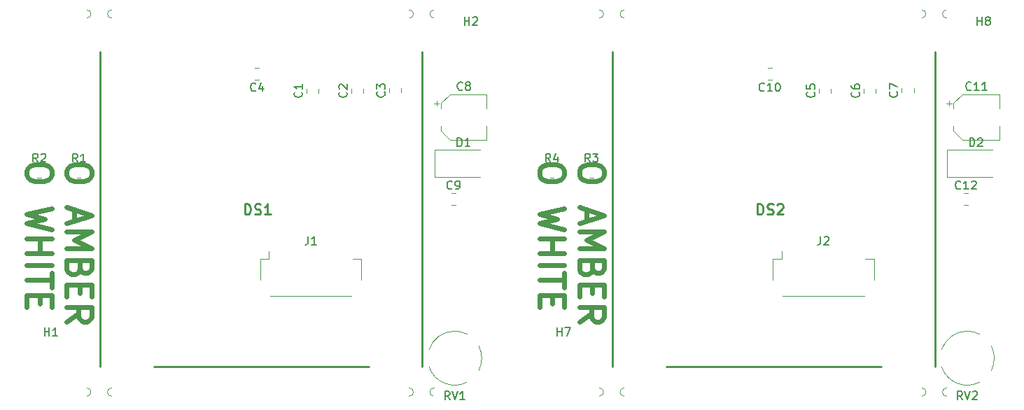
<source format=gto>
G04 #@! TF.GenerationSoftware,KiCad,Pcbnew,7.0.10*
G04 #@! TF.CreationDate,2024-03-22T18:32:09+01:00*
G04 #@! TF.ProjectId,dogs102,646f6773-3130-4322-9e6b-696361645f70,rev?*
G04 #@! TF.SameCoordinates,Original*
G04 #@! TF.FileFunction,Legend,Top*
G04 #@! TF.FilePolarity,Positive*
%FSLAX46Y46*%
G04 Gerber Fmt 4.6, Leading zero omitted, Abs format (unit mm)*
G04 Created by KiCad (PCBNEW 7.0.10) date 2024-03-22 18:32:09*
%MOMM*%
%LPD*%
G01*
G04 APERTURE LIST*
%ADD10C,0.600000*%
%ADD11C,0.150000*%
%ADD12C,0.254000*%
%ADD13C,0.100000*%
%ADD14C,0.120000*%
G04 APERTURE END LIST*
D10*
X188588342Y-100680450D02*
X188588342Y-101251878D01*
X188588342Y-101251878D02*
X188445485Y-101537593D01*
X188445485Y-101537593D02*
X188159771Y-101823307D01*
X188159771Y-101823307D02*
X187588342Y-101966164D01*
X187588342Y-101966164D02*
X186588342Y-101966164D01*
X186588342Y-101966164D02*
X186016914Y-101823307D01*
X186016914Y-101823307D02*
X185731200Y-101537593D01*
X185731200Y-101537593D02*
X185588342Y-101251878D01*
X185588342Y-101251878D02*
X185588342Y-100680450D01*
X185588342Y-100680450D02*
X185731200Y-100394736D01*
X185731200Y-100394736D02*
X186016914Y-100109021D01*
X186016914Y-100109021D02*
X186588342Y-99966164D01*
X186588342Y-99966164D02*
X187588342Y-99966164D01*
X187588342Y-99966164D02*
X188159771Y-100109021D01*
X188159771Y-100109021D02*
X188445485Y-100394736D01*
X188445485Y-100394736D02*
X188588342Y-100680450D01*
X186445485Y-105394735D02*
X186445485Y-106823307D01*
X185588342Y-105109021D02*
X188588342Y-106109021D01*
X188588342Y-106109021D02*
X185588342Y-107109021D01*
X185588342Y-108109021D02*
X188588342Y-108109021D01*
X188588342Y-108109021D02*
X186445485Y-109109021D01*
X186445485Y-109109021D02*
X188588342Y-110109021D01*
X188588342Y-110109021D02*
X185588342Y-110109021D01*
X187159771Y-112537592D02*
X187016914Y-112966164D01*
X187016914Y-112966164D02*
X186874057Y-113109021D01*
X186874057Y-113109021D02*
X186588342Y-113251878D01*
X186588342Y-113251878D02*
X186159771Y-113251878D01*
X186159771Y-113251878D02*
X185874057Y-113109021D01*
X185874057Y-113109021D02*
X185731200Y-112966164D01*
X185731200Y-112966164D02*
X185588342Y-112680449D01*
X185588342Y-112680449D02*
X185588342Y-111537592D01*
X185588342Y-111537592D02*
X188588342Y-111537592D01*
X188588342Y-111537592D02*
X188588342Y-112537592D01*
X188588342Y-112537592D02*
X188445485Y-112823307D01*
X188445485Y-112823307D02*
X188302628Y-112966164D01*
X188302628Y-112966164D02*
X188016914Y-113109021D01*
X188016914Y-113109021D02*
X187731200Y-113109021D01*
X187731200Y-113109021D02*
X187445485Y-112966164D01*
X187445485Y-112966164D02*
X187302628Y-112823307D01*
X187302628Y-112823307D02*
X187159771Y-112537592D01*
X187159771Y-112537592D02*
X187159771Y-111537592D01*
X187159771Y-114537592D02*
X187159771Y-115537592D01*
X185588342Y-115966164D02*
X185588342Y-114537592D01*
X185588342Y-114537592D02*
X188588342Y-114537592D01*
X188588342Y-114537592D02*
X188588342Y-115966164D01*
X185588342Y-118966164D02*
X187016914Y-117966164D01*
X185588342Y-117251878D02*
X188588342Y-117251878D01*
X188588342Y-117251878D02*
X188588342Y-118394735D01*
X188588342Y-118394735D02*
X188445485Y-118680450D01*
X188445485Y-118680450D02*
X188302628Y-118823307D01*
X188302628Y-118823307D02*
X188016914Y-118966164D01*
X188016914Y-118966164D02*
X187588342Y-118966164D01*
X187588342Y-118966164D02*
X187302628Y-118823307D01*
X187302628Y-118823307D02*
X187159771Y-118680450D01*
X187159771Y-118680450D02*
X187016914Y-118394735D01*
X187016914Y-118394735D02*
X187016914Y-117251878D01*
X183758342Y-100680450D02*
X183758342Y-101251878D01*
X183758342Y-101251878D02*
X183615485Y-101537593D01*
X183615485Y-101537593D02*
X183329771Y-101823307D01*
X183329771Y-101823307D02*
X182758342Y-101966164D01*
X182758342Y-101966164D02*
X181758342Y-101966164D01*
X181758342Y-101966164D02*
X181186914Y-101823307D01*
X181186914Y-101823307D02*
X180901200Y-101537593D01*
X180901200Y-101537593D02*
X180758342Y-101251878D01*
X180758342Y-101251878D02*
X180758342Y-100680450D01*
X180758342Y-100680450D02*
X180901200Y-100394736D01*
X180901200Y-100394736D02*
X181186914Y-100109021D01*
X181186914Y-100109021D02*
X181758342Y-99966164D01*
X181758342Y-99966164D02*
X182758342Y-99966164D01*
X182758342Y-99966164D02*
X183329771Y-100109021D01*
X183329771Y-100109021D02*
X183615485Y-100394736D01*
X183615485Y-100394736D02*
X183758342Y-100680450D01*
X183758342Y-105251878D02*
X180758342Y-105966164D01*
X180758342Y-105966164D02*
X182901200Y-106537592D01*
X182901200Y-106537592D02*
X180758342Y-107109021D01*
X180758342Y-107109021D02*
X183758342Y-107823307D01*
X180758342Y-108966163D02*
X183758342Y-108966163D01*
X182329771Y-108966163D02*
X182329771Y-110680449D01*
X180758342Y-110680449D02*
X183758342Y-110680449D01*
X180758342Y-112109020D02*
X183758342Y-112109020D01*
X183758342Y-113109020D02*
X183758342Y-114823306D01*
X180758342Y-113966163D02*
X183758342Y-113966163D01*
X182329771Y-115823305D02*
X182329771Y-116823305D01*
X180758342Y-117251877D02*
X180758342Y-115823305D01*
X180758342Y-115823305D02*
X183758342Y-115823305D01*
X183758342Y-115823305D02*
X183758342Y-117251877D01*
X126588342Y-100680450D02*
X126588342Y-101251878D01*
X126588342Y-101251878D02*
X126445485Y-101537593D01*
X126445485Y-101537593D02*
X126159771Y-101823307D01*
X126159771Y-101823307D02*
X125588342Y-101966164D01*
X125588342Y-101966164D02*
X124588342Y-101966164D01*
X124588342Y-101966164D02*
X124016914Y-101823307D01*
X124016914Y-101823307D02*
X123731200Y-101537593D01*
X123731200Y-101537593D02*
X123588342Y-101251878D01*
X123588342Y-101251878D02*
X123588342Y-100680450D01*
X123588342Y-100680450D02*
X123731200Y-100394736D01*
X123731200Y-100394736D02*
X124016914Y-100109021D01*
X124016914Y-100109021D02*
X124588342Y-99966164D01*
X124588342Y-99966164D02*
X125588342Y-99966164D01*
X125588342Y-99966164D02*
X126159771Y-100109021D01*
X126159771Y-100109021D02*
X126445485Y-100394736D01*
X126445485Y-100394736D02*
X126588342Y-100680450D01*
X124445485Y-105394735D02*
X124445485Y-106823307D01*
X123588342Y-105109021D02*
X126588342Y-106109021D01*
X126588342Y-106109021D02*
X123588342Y-107109021D01*
X123588342Y-108109021D02*
X126588342Y-108109021D01*
X126588342Y-108109021D02*
X124445485Y-109109021D01*
X124445485Y-109109021D02*
X126588342Y-110109021D01*
X126588342Y-110109021D02*
X123588342Y-110109021D01*
X125159771Y-112537592D02*
X125016914Y-112966164D01*
X125016914Y-112966164D02*
X124874057Y-113109021D01*
X124874057Y-113109021D02*
X124588342Y-113251878D01*
X124588342Y-113251878D02*
X124159771Y-113251878D01*
X124159771Y-113251878D02*
X123874057Y-113109021D01*
X123874057Y-113109021D02*
X123731200Y-112966164D01*
X123731200Y-112966164D02*
X123588342Y-112680449D01*
X123588342Y-112680449D02*
X123588342Y-111537592D01*
X123588342Y-111537592D02*
X126588342Y-111537592D01*
X126588342Y-111537592D02*
X126588342Y-112537592D01*
X126588342Y-112537592D02*
X126445485Y-112823307D01*
X126445485Y-112823307D02*
X126302628Y-112966164D01*
X126302628Y-112966164D02*
X126016914Y-113109021D01*
X126016914Y-113109021D02*
X125731200Y-113109021D01*
X125731200Y-113109021D02*
X125445485Y-112966164D01*
X125445485Y-112966164D02*
X125302628Y-112823307D01*
X125302628Y-112823307D02*
X125159771Y-112537592D01*
X125159771Y-112537592D02*
X125159771Y-111537592D01*
X125159771Y-114537592D02*
X125159771Y-115537592D01*
X123588342Y-115966164D02*
X123588342Y-114537592D01*
X123588342Y-114537592D02*
X126588342Y-114537592D01*
X126588342Y-114537592D02*
X126588342Y-115966164D01*
X123588342Y-118966164D02*
X125016914Y-117966164D01*
X123588342Y-117251878D02*
X126588342Y-117251878D01*
X126588342Y-117251878D02*
X126588342Y-118394735D01*
X126588342Y-118394735D02*
X126445485Y-118680450D01*
X126445485Y-118680450D02*
X126302628Y-118823307D01*
X126302628Y-118823307D02*
X126016914Y-118966164D01*
X126016914Y-118966164D02*
X125588342Y-118966164D01*
X125588342Y-118966164D02*
X125302628Y-118823307D01*
X125302628Y-118823307D02*
X125159771Y-118680450D01*
X125159771Y-118680450D02*
X125016914Y-118394735D01*
X125016914Y-118394735D02*
X125016914Y-117251878D01*
X121758342Y-100680450D02*
X121758342Y-101251878D01*
X121758342Y-101251878D02*
X121615485Y-101537593D01*
X121615485Y-101537593D02*
X121329771Y-101823307D01*
X121329771Y-101823307D02*
X120758342Y-101966164D01*
X120758342Y-101966164D02*
X119758342Y-101966164D01*
X119758342Y-101966164D02*
X119186914Y-101823307D01*
X119186914Y-101823307D02*
X118901200Y-101537593D01*
X118901200Y-101537593D02*
X118758342Y-101251878D01*
X118758342Y-101251878D02*
X118758342Y-100680450D01*
X118758342Y-100680450D02*
X118901200Y-100394736D01*
X118901200Y-100394736D02*
X119186914Y-100109021D01*
X119186914Y-100109021D02*
X119758342Y-99966164D01*
X119758342Y-99966164D02*
X120758342Y-99966164D01*
X120758342Y-99966164D02*
X121329771Y-100109021D01*
X121329771Y-100109021D02*
X121615485Y-100394736D01*
X121615485Y-100394736D02*
X121758342Y-100680450D01*
X121758342Y-105251878D02*
X118758342Y-105966164D01*
X118758342Y-105966164D02*
X120901200Y-106537592D01*
X120901200Y-106537592D02*
X118758342Y-107109021D01*
X118758342Y-107109021D02*
X121758342Y-107823307D01*
X118758342Y-108966163D02*
X121758342Y-108966163D01*
X120329771Y-108966163D02*
X120329771Y-110680449D01*
X118758342Y-110680449D02*
X121758342Y-110680449D01*
X118758342Y-112109020D02*
X121758342Y-112109020D01*
X121758342Y-113109020D02*
X121758342Y-114823306D01*
X118758342Y-113966163D02*
X121758342Y-113966163D01*
X120329771Y-115823305D02*
X120329771Y-116823305D01*
X118758342Y-117251877D02*
X118758342Y-115823305D01*
X118758342Y-115823305D02*
X121758342Y-115823305D01*
X121758342Y-115823305D02*
X121758342Y-117251877D01*
D11*
X214776666Y-108674819D02*
X214776666Y-109389104D01*
X214776666Y-109389104D02*
X214729047Y-109531961D01*
X214729047Y-109531961D02*
X214633809Y-109627200D01*
X214633809Y-109627200D02*
X214490952Y-109674819D01*
X214490952Y-109674819D02*
X214395714Y-109674819D01*
X215205238Y-108770057D02*
X215252857Y-108722438D01*
X215252857Y-108722438D02*
X215348095Y-108674819D01*
X215348095Y-108674819D02*
X215586190Y-108674819D01*
X215586190Y-108674819D02*
X215681428Y-108722438D01*
X215681428Y-108722438D02*
X215729047Y-108770057D01*
X215729047Y-108770057D02*
X215776666Y-108865295D01*
X215776666Y-108865295D02*
X215776666Y-108960533D01*
X215776666Y-108960533D02*
X215729047Y-109103390D01*
X215729047Y-109103390D02*
X215157619Y-109674819D01*
X215157619Y-109674819D02*
X215776666Y-109674819D01*
X182093333Y-99654819D02*
X181760000Y-99178628D01*
X181521905Y-99654819D02*
X181521905Y-98654819D01*
X181521905Y-98654819D02*
X181902857Y-98654819D01*
X181902857Y-98654819D02*
X181998095Y-98702438D01*
X181998095Y-98702438D02*
X182045714Y-98750057D01*
X182045714Y-98750057D02*
X182093333Y-98845295D01*
X182093333Y-98845295D02*
X182093333Y-98988152D01*
X182093333Y-98988152D02*
X182045714Y-99083390D01*
X182045714Y-99083390D02*
X181998095Y-99131009D01*
X181998095Y-99131009D02*
X181902857Y-99178628D01*
X181902857Y-99178628D02*
X181521905Y-99178628D01*
X182950476Y-98988152D02*
X182950476Y-99654819D01*
X182712381Y-98607200D02*
X182474286Y-99321485D01*
X182474286Y-99321485D02*
X183093333Y-99321485D01*
X233698095Y-83104819D02*
X233698095Y-82104819D01*
X233698095Y-82581009D02*
X234269523Y-82581009D01*
X234269523Y-83104819D02*
X234269523Y-82104819D01*
X234888571Y-82533390D02*
X234793333Y-82485771D01*
X234793333Y-82485771D02*
X234745714Y-82438152D01*
X234745714Y-82438152D02*
X234698095Y-82342914D01*
X234698095Y-82342914D02*
X234698095Y-82295295D01*
X234698095Y-82295295D02*
X234745714Y-82200057D01*
X234745714Y-82200057D02*
X234793333Y-82152438D01*
X234793333Y-82152438D02*
X234888571Y-82104819D01*
X234888571Y-82104819D02*
X235079047Y-82104819D01*
X235079047Y-82104819D02*
X235174285Y-82152438D01*
X235174285Y-82152438D02*
X235221904Y-82200057D01*
X235221904Y-82200057D02*
X235269523Y-82295295D01*
X235269523Y-82295295D02*
X235269523Y-82342914D01*
X235269523Y-82342914D02*
X235221904Y-82438152D01*
X235221904Y-82438152D02*
X235174285Y-82485771D01*
X235174285Y-82485771D02*
X235079047Y-82533390D01*
X235079047Y-82533390D02*
X234888571Y-82533390D01*
X234888571Y-82533390D02*
X234793333Y-82581009D01*
X234793333Y-82581009D02*
X234745714Y-82628628D01*
X234745714Y-82628628D02*
X234698095Y-82723866D01*
X234698095Y-82723866D02*
X234698095Y-82914342D01*
X234698095Y-82914342D02*
X234745714Y-83009580D01*
X234745714Y-83009580D02*
X234793333Y-83057200D01*
X234793333Y-83057200D02*
X234888571Y-83104819D01*
X234888571Y-83104819D02*
X235079047Y-83104819D01*
X235079047Y-83104819D02*
X235174285Y-83057200D01*
X235174285Y-83057200D02*
X235221904Y-83009580D01*
X235221904Y-83009580D02*
X235269523Y-82914342D01*
X235269523Y-82914342D02*
X235269523Y-82723866D01*
X235269523Y-82723866D02*
X235221904Y-82628628D01*
X235221904Y-82628628D02*
X235174285Y-82581009D01*
X235174285Y-82581009D02*
X235079047Y-82533390D01*
X231914761Y-128414819D02*
X231581428Y-127938628D01*
X231343333Y-128414819D02*
X231343333Y-127414819D01*
X231343333Y-127414819D02*
X231724285Y-127414819D01*
X231724285Y-127414819D02*
X231819523Y-127462438D01*
X231819523Y-127462438D02*
X231867142Y-127510057D01*
X231867142Y-127510057D02*
X231914761Y-127605295D01*
X231914761Y-127605295D02*
X231914761Y-127748152D01*
X231914761Y-127748152D02*
X231867142Y-127843390D01*
X231867142Y-127843390D02*
X231819523Y-127891009D01*
X231819523Y-127891009D02*
X231724285Y-127938628D01*
X231724285Y-127938628D02*
X231343333Y-127938628D01*
X232200476Y-127414819D02*
X232533809Y-128414819D01*
X232533809Y-128414819D02*
X232867142Y-127414819D01*
X233152857Y-127510057D02*
X233200476Y-127462438D01*
X233200476Y-127462438D02*
X233295714Y-127414819D01*
X233295714Y-127414819D02*
X233533809Y-127414819D01*
X233533809Y-127414819D02*
X233629047Y-127462438D01*
X233629047Y-127462438D02*
X233676666Y-127510057D01*
X233676666Y-127510057D02*
X233724285Y-127605295D01*
X233724285Y-127605295D02*
X233724285Y-127700533D01*
X233724285Y-127700533D02*
X233676666Y-127843390D01*
X233676666Y-127843390D02*
X233105238Y-128414819D01*
X233105238Y-128414819D02*
X233724285Y-128414819D01*
X186893333Y-99654819D02*
X186560000Y-99178628D01*
X186321905Y-99654819D02*
X186321905Y-98654819D01*
X186321905Y-98654819D02*
X186702857Y-98654819D01*
X186702857Y-98654819D02*
X186798095Y-98702438D01*
X186798095Y-98702438D02*
X186845714Y-98750057D01*
X186845714Y-98750057D02*
X186893333Y-98845295D01*
X186893333Y-98845295D02*
X186893333Y-98988152D01*
X186893333Y-98988152D02*
X186845714Y-99083390D01*
X186845714Y-99083390D02*
X186798095Y-99131009D01*
X186798095Y-99131009D02*
X186702857Y-99178628D01*
X186702857Y-99178628D02*
X186321905Y-99178628D01*
X187226667Y-98654819D02*
X187845714Y-98654819D01*
X187845714Y-98654819D02*
X187512381Y-99035771D01*
X187512381Y-99035771D02*
X187655238Y-99035771D01*
X187655238Y-99035771D02*
X187750476Y-99083390D01*
X187750476Y-99083390D02*
X187798095Y-99131009D01*
X187798095Y-99131009D02*
X187845714Y-99226247D01*
X187845714Y-99226247D02*
X187845714Y-99464342D01*
X187845714Y-99464342D02*
X187798095Y-99559580D01*
X187798095Y-99559580D02*
X187750476Y-99607200D01*
X187750476Y-99607200D02*
X187655238Y-99654819D01*
X187655238Y-99654819D02*
X187369524Y-99654819D01*
X187369524Y-99654819D02*
X187274286Y-99607200D01*
X187274286Y-99607200D02*
X187226667Y-99559580D01*
X182898095Y-120704819D02*
X182898095Y-119704819D01*
X182898095Y-120181009D02*
X183469523Y-120181009D01*
X183469523Y-120704819D02*
X183469523Y-119704819D01*
X183850476Y-119704819D02*
X184517142Y-119704819D01*
X184517142Y-119704819D02*
X184088571Y-120704819D01*
D12*
X207104206Y-105999278D02*
X207104206Y-104729278D01*
X207104206Y-104729278D02*
X207406587Y-104729278D01*
X207406587Y-104729278D02*
X207588016Y-104789754D01*
X207588016Y-104789754D02*
X207708968Y-104910706D01*
X207708968Y-104910706D02*
X207769445Y-105031659D01*
X207769445Y-105031659D02*
X207829921Y-105273563D01*
X207829921Y-105273563D02*
X207829921Y-105454992D01*
X207829921Y-105454992D02*
X207769445Y-105696897D01*
X207769445Y-105696897D02*
X207708968Y-105817849D01*
X207708968Y-105817849D02*
X207588016Y-105938802D01*
X207588016Y-105938802D02*
X207406587Y-105999278D01*
X207406587Y-105999278D02*
X207104206Y-105999278D01*
X208313730Y-105938802D02*
X208495159Y-105999278D01*
X208495159Y-105999278D02*
X208797540Y-105999278D01*
X208797540Y-105999278D02*
X208918492Y-105938802D01*
X208918492Y-105938802D02*
X208978968Y-105878325D01*
X208978968Y-105878325D02*
X209039445Y-105757373D01*
X209039445Y-105757373D02*
X209039445Y-105636421D01*
X209039445Y-105636421D02*
X208978968Y-105515468D01*
X208978968Y-105515468D02*
X208918492Y-105454992D01*
X208918492Y-105454992D02*
X208797540Y-105394516D01*
X208797540Y-105394516D02*
X208555635Y-105334040D01*
X208555635Y-105334040D02*
X208434683Y-105273563D01*
X208434683Y-105273563D02*
X208374206Y-105213087D01*
X208374206Y-105213087D02*
X208313730Y-105092135D01*
X208313730Y-105092135D02*
X208313730Y-104971182D01*
X208313730Y-104971182D02*
X208374206Y-104850230D01*
X208374206Y-104850230D02*
X208434683Y-104789754D01*
X208434683Y-104789754D02*
X208555635Y-104729278D01*
X208555635Y-104729278D02*
X208858016Y-104729278D01*
X208858016Y-104729278D02*
X209039445Y-104789754D01*
X209523254Y-104850230D02*
X209583730Y-104789754D01*
X209583730Y-104789754D02*
X209704683Y-104729278D01*
X209704683Y-104729278D02*
X210007064Y-104729278D01*
X210007064Y-104729278D02*
X210128016Y-104789754D01*
X210128016Y-104789754D02*
X210188492Y-104850230D01*
X210188492Y-104850230D02*
X210248969Y-104971182D01*
X210248969Y-104971182D02*
X210248969Y-105092135D01*
X210248969Y-105092135D02*
X210188492Y-105273563D01*
X210188492Y-105273563D02*
X209462778Y-105999278D01*
X209462778Y-105999278D02*
X210248969Y-105999278D01*
D11*
X232829905Y-97776819D02*
X232829905Y-96776819D01*
X232829905Y-96776819D02*
X233068000Y-96776819D01*
X233068000Y-96776819D02*
X233210857Y-96824438D01*
X233210857Y-96824438D02*
X233306095Y-96919676D01*
X233306095Y-96919676D02*
X233353714Y-97014914D01*
X233353714Y-97014914D02*
X233401333Y-97205390D01*
X233401333Y-97205390D02*
X233401333Y-97348247D01*
X233401333Y-97348247D02*
X233353714Y-97538723D01*
X233353714Y-97538723D02*
X233306095Y-97633961D01*
X233306095Y-97633961D02*
X233210857Y-97729200D01*
X233210857Y-97729200D02*
X233068000Y-97776819D01*
X233068000Y-97776819D02*
X232829905Y-97776819D01*
X233782286Y-96872057D02*
X233829905Y-96824438D01*
X233829905Y-96824438D02*
X233925143Y-96776819D01*
X233925143Y-96776819D02*
X234163238Y-96776819D01*
X234163238Y-96776819D02*
X234258476Y-96824438D01*
X234258476Y-96824438D02*
X234306095Y-96872057D01*
X234306095Y-96872057D02*
X234353714Y-96967295D01*
X234353714Y-96967295D02*
X234353714Y-97062533D01*
X234353714Y-97062533D02*
X234306095Y-97205390D01*
X234306095Y-97205390D02*
X233734667Y-97776819D01*
X233734667Y-97776819D02*
X234353714Y-97776819D01*
X231712642Y-102849580D02*
X231665023Y-102897200D01*
X231665023Y-102897200D02*
X231522166Y-102944819D01*
X231522166Y-102944819D02*
X231426928Y-102944819D01*
X231426928Y-102944819D02*
X231284071Y-102897200D01*
X231284071Y-102897200D02*
X231188833Y-102801961D01*
X231188833Y-102801961D02*
X231141214Y-102706723D01*
X231141214Y-102706723D02*
X231093595Y-102516247D01*
X231093595Y-102516247D02*
X231093595Y-102373390D01*
X231093595Y-102373390D02*
X231141214Y-102182914D01*
X231141214Y-102182914D02*
X231188833Y-102087676D01*
X231188833Y-102087676D02*
X231284071Y-101992438D01*
X231284071Y-101992438D02*
X231426928Y-101944819D01*
X231426928Y-101944819D02*
X231522166Y-101944819D01*
X231522166Y-101944819D02*
X231665023Y-101992438D01*
X231665023Y-101992438D02*
X231712642Y-102040057D01*
X232665023Y-102944819D02*
X232093595Y-102944819D01*
X232379309Y-102944819D02*
X232379309Y-101944819D01*
X232379309Y-101944819D02*
X232284071Y-102087676D01*
X232284071Y-102087676D02*
X232188833Y-102182914D01*
X232188833Y-102182914D02*
X232093595Y-102230533D01*
X233045976Y-102040057D02*
X233093595Y-101992438D01*
X233093595Y-101992438D02*
X233188833Y-101944819D01*
X233188833Y-101944819D02*
X233426928Y-101944819D01*
X233426928Y-101944819D02*
X233522166Y-101992438D01*
X233522166Y-101992438D02*
X233569785Y-102040057D01*
X233569785Y-102040057D02*
X233617404Y-102135295D01*
X233617404Y-102135295D02*
X233617404Y-102230533D01*
X233617404Y-102230533D02*
X233569785Y-102373390D01*
X233569785Y-102373390D02*
X232998357Y-102944819D01*
X232998357Y-102944819D02*
X233617404Y-102944819D01*
X232975142Y-90893580D02*
X232927523Y-90941200D01*
X232927523Y-90941200D02*
X232784666Y-90988819D01*
X232784666Y-90988819D02*
X232689428Y-90988819D01*
X232689428Y-90988819D02*
X232546571Y-90941200D01*
X232546571Y-90941200D02*
X232451333Y-90845961D01*
X232451333Y-90845961D02*
X232403714Y-90750723D01*
X232403714Y-90750723D02*
X232356095Y-90560247D01*
X232356095Y-90560247D02*
X232356095Y-90417390D01*
X232356095Y-90417390D02*
X232403714Y-90226914D01*
X232403714Y-90226914D02*
X232451333Y-90131676D01*
X232451333Y-90131676D02*
X232546571Y-90036438D01*
X232546571Y-90036438D02*
X232689428Y-89988819D01*
X232689428Y-89988819D02*
X232784666Y-89988819D01*
X232784666Y-89988819D02*
X232927523Y-90036438D01*
X232927523Y-90036438D02*
X232975142Y-90084057D01*
X233927523Y-90988819D02*
X233356095Y-90988819D01*
X233641809Y-90988819D02*
X233641809Y-89988819D01*
X233641809Y-89988819D02*
X233546571Y-90131676D01*
X233546571Y-90131676D02*
X233451333Y-90226914D01*
X233451333Y-90226914D02*
X233356095Y-90274533D01*
X234879904Y-90988819D02*
X234308476Y-90988819D01*
X234594190Y-90988819D02*
X234594190Y-89988819D01*
X234594190Y-89988819D02*
X234498952Y-90131676D01*
X234498952Y-90131676D02*
X234403714Y-90226914D01*
X234403714Y-90226914D02*
X234308476Y-90274533D01*
X207967142Y-91009580D02*
X207919523Y-91057200D01*
X207919523Y-91057200D02*
X207776666Y-91104819D01*
X207776666Y-91104819D02*
X207681428Y-91104819D01*
X207681428Y-91104819D02*
X207538571Y-91057200D01*
X207538571Y-91057200D02*
X207443333Y-90961961D01*
X207443333Y-90961961D02*
X207395714Y-90866723D01*
X207395714Y-90866723D02*
X207348095Y-90676247D01*
X207348095Y-90676247D02*
X207348095Y-90533390D01*
X207348095Y-90533390D02*
X207395714Y-90342914D01*
X207395714Y-90342914D02*
X207443333Y-90247676D01*
X207443333Y-90247676D02*
X207538571Y-90152438D01*
X207538571Y-90152438D02*
X207681428Y-90104819D01*
X207681428Y-90104819D02*
X207776666Y-90104819D01*
X207776666Y-90104819D02*
X207919523Y-90152438D01*
X207919523Y-90152438D02*
X207967142Y-90200057D01*
X208919523Y-91104819D02*
X208348095Y-91104819D01*
X208633809Y-91104819D02*
X208633809Y-90104819D01*
X208633809Y-90104819D02*
X208538571Y-90247676D01*
X208538571Y-90247676D02*
X208443333Y-90342914D01*
X208443333Y-90342914D02*
X208348095Y-90390533D01*
X209538571Y-90104819D02*
X209633809Y-90104819D01*
X209633809Y-90104819D02*
X209729047Y-90152438D01*
X209729047Y-90152438D02*
X209776666Y-90200057D01*
X209776666Y-90200057D02*
X209824285Y-90295295D01*
X209824285Y-90295295D02*
X209871904Y-90485771D01*
X209871904Y-90485771D02*
X209871904Y-90723866D01*
X209871904Y-90723866D02*
X209824285Y-90914342D01*
X209824285Y-90914342D02*
X209776666Y-91009580D01*
X209776666Y-91009580D02*
X209729047Y-91057200D01*
X209729047Y-91057200D02*
X209633809Y-91104819D01*
X209633809Y-91104819D02*
X209538571Y-91104819D01*
X209538571Y-91104819D02*
X209443333Y-91057200D01*
X209443333Y-91057200D02*
X209395714Y-91009580D01*
X209395714Y-91009580D02*
X209348095Y-90914342D01*
X209348095Y-90914342D02*
X209300476Y-90723866D01*
X209300476Y-90723866D02*
X209300476Y-90485771D01*
X209300476Y-90485771D02*
X209348095Y-90295295D01*
X209348095Y-90295295D02*
X209395714Y-90200057D01*
X209395714Y-90200057D02*
X209443333Y-90152438D01*
X209443333Y-90152438D02*
X209538571Y-90104819D01*
X213989580Y-91204166D02*
X214037200Y-91251785D01*
X214037200Y-91251785D02*
X214084819Y-91394642D01*
X214084819Y-91394642D02*
X214084819Y-91489880D01*
X214084819Y-91489880D02*
X214037200Y-91632737D01*
X214037200Y-91632737D02*
X213941961Y-91727975D01*
X213941961Y-91727975D02*
X213846723Y-91775594D01*
X213846723Y-91775594D02*
X213656247Y-91823213D01*
X213656247Y-91823213D02*
X213513390Y-91823213D01*
X213513390Y-91823213D02*
X213322914Y-91775594D01*
X213322914Y-91775594D02*
X213227676Y-91727975D01*
X213227676Y-91727975D02*
X213132438Y-91632737D01*
X213132438Y-91632737D02*
X213084819Y-91489880D01*
X213084819Y-91489880D02*
X213084819Y-91394642D01*
X213084819Y-91394642D02*
X213132438Y-91251785D01*
X213132438Y-91251785D02*
X213180057Y-91204166D01*
X213084819Y-90299404D02*
X213084819Y-90775594D01*
X213084819Y-90775594D02*
X213561009Y-90823213D01*
X213561009Y-90823213D02*
X213513390Y-90775594D01*
X213513390Y-90775594D02*
X213465771Y-90680356D01*
X213465771Y-90680356D02*
X213465771Y-90442261D01*
X213465771Y-90442261D02*
X213513390Y-90347023D01*
X213513390Y-90347023D02*
X213561009Y-90299404D01*
X213561009Y-90299404D02*
X213656247Y-90251785D01*
X213656247Y-90251785D02*
X213894342Y-90251785D01*
X213894342Y-90251785D02*
X213989580Y-90299404D01*
X213989580Y-90299404D02*
X214037200Y-90347023D01*
X214037200Y-90347023D02*
X214084819Y-90442261D01*
X214084819Y-90442261D02*
X214084819Y-90680356D01*
X214084819Y-90680356D02*
X214037200Y-90775594D01*
X214037200Y-90775594D02*
X213989580Y-90823213D01*
X223989580Y-91166666D02*
X224037200Y-91214285D01*
X224037200Y-91214285D02*
X224084819Y-91357142D01*
X224084819Y-91357142D02*
X224084819Y-91452380D01*
X224084819Y-91452380D02*
X224037200Y-91595237D01*
X224037200Y-91595237D02*
X223941961Y-91690475D01*
X223941961Y-91690475D02*
X223846723Y-91738094D01*
X223846723Y-91738094D02*
X223656247Y-91785713D01*
X223656247Y-91785713D02*
X223513390Y-91785713D01*
X223513390Y-91785713D02*
X223322914Y-91738094D01*
X223322914Y-91738094D02*
X223227676Y-91690475D01*
X223227676Y-91690475D02*
X223132438Y-91595237D01*
X223132438Y-91595237D02*
X223084819Y-91452380D01*
X223084819Y-91452380D02*
X223084819Y-91357142D01*
X223084819Y-91357142D02*
X223132438Y-91214285D01*
X223132438Y-91214285D02*
X223180057Y-91166666D01*
X223084819Y-90833332D02*
X223084819Y-90166666D01*
X223084819Y-90166666D02*
X224084819Y-90595237D01*
X219389580Y-91204166D02*
X219437200Y-91251785D01*
X219437200Y-91251785D02*
X219484819Y-91394642D01*
X219484819Y-91394642D02*
X219484819Y-91489880D01*
X219484819Y-91489880D02*
X219437200Y-91632737D01*
X219437200Y-91632737D02*
X219341961Y-91727975D01*
X219341961Y-91727975D02*
X219246723Y-91775594D01*
X219246723Y-91775594D02*
X219056247Y-91823213D01*
X219056247Y-91823213D02*
X218913390Y-91823213D01*
X218913390Y-91823213D02*
X218722914Y-91775594D01*
X218722914Y-91775594D02*
X218627676Y-91727975D01*
X218627676Y-91727975D02*
X218532438Y-91632737D01*
X218532438Y-91632737D02*
X218484819Y-91489880D01*
X218484819Y-91489880D02*
X218484819Y-91394642D01*
X218484819Y-91394642D02*
X218532438Y-91251785D01*
X218532438Y-91251785D02*
X218580057Y-91204166D01*
X218484819Y-90347023D02*
X218484819Y-90537499D01*
X218484819Y-90537499D02*
X218532438Y-90632737D01*
X218532438Y-90632737D02*
X218580057Y-90680356D01*
X218580057Y-90680356D02*
X218722914Y-90775594D01*
X218722914Y-90775594D02*
X218913390Y-90823213D01*
X218913390Y-90823213D02*
X219294342Y-90823213D01*
X219294342Y-90823213D02*
X219389580Y-90775594D01*
X219389580Y-90775594D02*
X219437200Y-90727975D01*
X219437200Y-90727975D02*
X219484819Y-90632737D01*
X219484819Y-90632737D02*
X219484819Y-90442261D01*
X219484819Y-90442261D02*
X219437200Y-90347023D01*
X219437200Y-90347023D02*
X219389580Y-90299404D01*
X219389580Y-90299404D02*
X219294342Y-90251785D01*
X219294342Y-90251785D02*
X219056247Y-90251785D01*
X219056247Y-90251785D02*
X218961009Y-90299404D01*
X218961009Y-90299404D02*
X218913390Y-90347023D01*
X218913390Y-90347023D02*
X218865771Y-90442261D01*
X218865771Y-90442261D02*
X218865771Y-90632737D01*
X218865771Y-90632737D02*
X218913390Y-90727975D01*
X218913390Y-90727975D02*
X218961009Y-90775594D01*
X218961009Y-90775594D02*
X219056247Y-90823213D01*
X157389580Y-91204166D02*
X157437200Y-91251785D01*
X157437200Y-91251785D02*
X157484819Y-91394642D01*
X157484819Y-91394642D02*
X157484819Y-91489880D01*
X157484819Y-91489880D02*
X157437200Y-91632737D01*
X157437200Y-91632737D02*
X157341961Y-91727975D01*
X157341961Y-91727975D02*
X157246723Y-91775594D01*
X157246723Y-91775594D02*
X157056247Y-91823213D01*
X157056247Y-91823213D02*
X156913390Y-91823213D01*
X156913390Y-91823213D02*
X156722914Y-91775594D01*
X156722914Y-91775594D02*
X156627676Y-91727975D01*
X156627676Y-91727975D02*
X156532438Y-91632737D01*
X156532438Y-91632737D02*
X156484819Y-91489880D01*
X156484819Y-91489880D02*
X156484819Y-91394642D01*
X156484819Y-91394642D02*
X156532438Y-91251785D01*
X156532438Y-91251785D02*
X156580057Y-91204166D01*
X156580057Y-90823213D02*
X156532438Y-90775594D01*
X156532438Y-90775594D02*
X156484819Y-90680356D01*
X156484819Y-90680356D02*
X156484819Y-90442261D01*
X156484819Y-90442261D02*
X156532438Y-90347023D01*
X156532438Y-90347023D02*
X156580057Y-90299404D01*
X156580057Y-90299404D02*
X156675295Y-90251785D01*
X156675295Y-90251785D02*
X156770533Y-90251785D01*
X156770533Y-90251785D02*
X156913390Y-90299404D01*
X156913390Y-90299404D02*
X157484819Y-90870832D01*
X157484819Y-90870832D02*
X157484819Y-90251785D01*
X161989580Y-91166666D02*
X162037200Y-91214285D01*
X162037200Y-91214285D02*
X162084819Y-91357142D01*
X162084819Y-91357142D02*
X162084819Y-91452380D01*
X162084819Y-91452380D02*
X162037200Y-91595237D01*
X162037200Y-91595237D02*
X161941961Y-91690475D01*
X161941961Y-91690475D02*
X161846723Y-91738094D01*
X161846723Y-91738094D02*
X161656247Y-91785713D01*
X161656247Y-91785713D02*
X161513390Y-91785713D01*
X161513390Y-91785713D02*
X161322914Y-91738094D01*
X161322914Y-91738094D02*
X161227676Y-91690475D01*
X161227676Y-91690475D02*
X161132438Y-91595237D01*
X161132438Y-91595237D02*
X161084819Y-91452380D01*
X161084819Y-91452380D02*
X161084819Y-91357142D01*
X161084819Y-91357142D02*
X161132438Y-91214285D01*
X161132438Y-91214285D02*
X161180057Y-91166666D01*
X161084819Y-90833332D02*
X161084819Y-90214285D01*
X161084819Y-90214285D02*
X161465771Y-90547618D01*
X161465771Y-90547618D02*
X161465771Y-90404761D01*
X161465771Y-90404761D02*
X161513390Y-90309523D01*
X161513390Y-90309523D02*
X161561009Y-90261904D01*
X161561009Y-90261904D02*
X161656247Y-90214285D01*
X161656247Y-90214285D02*
X161894342Y-90214285D01*
X161894342Y-90214285D02*
X161989580Y-90261904D01*
X161989580Y-90261904D02*
X162037200Y-90309523D01*
X162037200Y-90309523D02*
X162084819Y-90404761D01*
X162084819Y-90404761D02*
X162084819Y-90690475D01*
X162084819Y-90690475D02*
X162037200Y-90785713D01*
X162037200Y-90785713D02*
X161989580Y-90833332D01*
X151989580Y-91204166D02*
X152037200Y-91251785D01*
X152037200Y-91251785D02*
X152084819Y-91394642D01*
X152084819Y-91394642D02*
X152084819Y-91489880D01*
X152084819Y-91489880D02*
X152037200Y-91632737D01*
X152037200Y-91632737D02*
X151941961Y-91727975D01*
X151941961Y-91727975D02*
X151846723Y-91775594D01*
X151846723Y-91775594D02*
X151656247Y-91823213D01*
X151656247Y-91823213D02*
X151513390Y-91823213D01*
X151513390Y-91823213D02*
X151322914Y-91775594D01*
X151322914Y-91775594D02*
X151227676Y-91727975D01*
X151227676Y-91727975D02*
X151132438Y-91632737D01*
X151132438Y-91632737D02*
X151084819Y-91489880D01*
X151084819Y-91489880D02*
X151084819Y-91394642D01*
X151084819Y-91394642D02*
X151132438Y-91251785D01*
X151132438Y-91251785D02*
X151180057Y-91204166D01*
X152084819Y-90251785D02*
X152084819Y-90823213D01*
X152084819Y-90537499D02*
X151084819Y-90537499D01*
X151084819Y-90537499D02*
X151227676Y-90632737D01*
X151227676Y-90632737D02*
X151322914Y-90727975D01*
X151322914Y-90727975D02*
X151370533Y-90823213D01*
X146443333Y-91009580D02*
X146395714Y-91057200D01*
X146395714Y-91057200D02*
X146252857Y-91104819D01*
X146252857Y-91104819D02*
X146157619Y-91104819D01*
X146157619Y-91104819D02*
X146014762Y-91057200D01*
X146014762Y-91057200D02*
X145919524Y-90961961D01*
X145919524Y-90961961D02*
X145871905Y-90866723D01*
X145871905Y-90866723D02*
X145824286Y-90676247D01*
X145824286Y-90676247D02*
X145824286Y-90533390D01*
X145824286Y-90533390D02*
X145871905Y-90342914D01*
X145871905Y-90342914D02*
X145919524Y-90247676D01*
X145919524Y-90247676D02*
X146014762Y-90152438D01*
X146014762Y-90152438D02*
X146157619Y-90104819D01*
X146157619Y-90104819D02*
X146252857Y-90104819D01*
X146252857Y-90104819D02*
X146395714Y-90152438D01*
X146395714Y-90152438D02*
X146443333Y-90200057D01*
X147300476Y-90438152D02*
X147300476Y-91104819D01*
X147062381Y-90057200D02*
X146824286Y-90771485D01*
X146824286Y-90771485D02*
X147443333Y-90771485D01*
X171451333Y-90893580D02*
X171403714Y-90941200D01*
X171403714Y-90941200D02*
X171260857Y-90988819D01*
X171260857Y-90988819D02*
X171165619Y-90988819D01*
X171165619Y-90988819D02*
X171022762Y-90941200D01*
X171022762Y-90941200D02*
X170927524Y-90845961D01*
X170927524Y-90845961D02*
X170879905Y-90750723D01*
X170879905Y-90750723D02*
X170832286Y-90560247D01*
X170832286Y-90560247D02*
X170832286Y-90417390D01*
X170832286Y-90417390D02*
X170879905Y-90226914D01*
X170879905Y-90226914D02*
X170927524Y-90131676D01*
X170927524Y-90131676D02*
X171022762Y-90036438D01*
X171022762Y-90036438D02*
X171165619Y-89988819D01*
X171165619Y-89988819D02*
X171260857Y-89988819D01*
X171260857Y-89988819D02*
X171403714Y-90036438D01*
X171403714Y-90036438D02*
X171451333Y-90084057D01*
X172022762Y-90417390D02*
X171927524Y-90369771D01*
X171927524Y-90369771D02*
X171879905Y-90322152D01*
X171879905Y-90322152D02*
X171832286Y-90226914D01*
X171832286Y-90226914D02*
X171832286Y-90179295D01*
X171832286Y-90179295D02*
X171879905Y-90084057D01*
X171879905Y-90084057D02*
X171927524Y-90036438D01*
X171927524Y-90036438D02*
X172022762Y-89988819D01*
X172022762Y-89988819D02*
X172213238Y-89988819D01*
X172213238Y-89988819D02*
X172308476Y-90036438D01*
X172308476Y-90036438D02*
X172356095Y-90084057D01*
X172356095Y-90084057D02*
X172403714Y-90179295D01*
X172403714Y-90179295D02*
X172403714Y-90226914D01*
X172403714Y-90226914D02*
X172356095Y-90322152D01*
X172356095Y-90322152D02*
X172308476Y-90369771D01*
X172308476Y-90369771D02*
X172213238Y-90417390D01*
X172213238Y-90417390D02*
X172022762Y-90417390D01*
X172022762Y-90417390D02*
X171927524Y-90465009D01*
X171927524Y-90465009D02*
X171879905Y-90512628D01*
X171879905Y-90512628D02*
X171832286Y-90607866D01*
X171832286Y-90607866D02*
X171832286Y-90798342D01*
X171832286Y-90798342D02*
X171879905Y-90893580D01*
X171879905Y-90893580D02*
X171927524Y-90941200D01*
X171927524Y-90941200D02*
X172022762Y-90988819D01*
X172022762Y-90988819D02*
X172213238Y-90988819D01*
X172213238Y-90988819D02*
X172308476Y-90941200D01*
X172308476Y-90941200D02*
X172356095Y-90893580D01*
X172356095Y-90893580D02*
X172403714Y-90798342D01*
X172403714Y-90798342D02*
X172403714Y-90607866D01*
X172403714Y-90607866D02*
X172356095Y-90512628D01*
X172356095Y-90512628D02*
X172308476Y-90465009D01*
X172308476Y-90465009D02*
X172213238Y-90417390D01*
X170188833Y-102849580D02*
X170141214Y-102897200D01*
X170141214Y-102897200D02*
X169998357Y-102944819D01*
X169998357Y-102944819D02*
X169903119Y-102944819D01*
X169903119Y-102944819D02*
X169760262Y-102897200D01*
X169760262Y-102897200D02*
X169665024Y-102801961D01*
X169665024Y-102801961D02*
X169617405Y-102706723D01*
X169617405Y-102706723D02*
X169569786Y-102516247D01*
X169569786Y-102516247D02*
X169569786Y-102373390D01*
X169569786Y-102373390D02*
X169617405Y-102182914D01*
X169617405Y-102182914D02*
X169665024Y-102087676D01*
X169665024Y-102087676D02*
X169760262Y-101992438D01*
X169760262Y-101992438D02*
X169903119Y-101944819D01*
X169903119Y-101944819D02*
X169998357Y-101944819D01*
X169998357Y-101944819D02*
X170141214Y-101992438D01*
X170141214Y-101992438D02*
X170188833Y-102040057D01*
X170665024Y-102944819D02*
X170855500Y-102944819D01*
X170855500Y-102944819D02*
X170950738Y-102897200D01*
X170950738Y-102897200D02*
X170998357Y-102849580D01*
X170998357Y-102849580D02*
X171093595Y-102706723D01*
X171093595Y-102706723D02*
X171141214Y-102516247D01*
X171141214Y-102516247D02*
X171141214Y-102135295D01*
X171141214Y-102135295D02*
X171093595Y-102040057D01*
X171093595Y-102040057D02*
X171045976Y-101992438D01*
X171045976Y-101992438D02*
X170950738Y-101944819D01*
X170950738Y-101944819D02*
X170760262Y-101944819D01*
X170760262Y-101944819D02*
X170665024Y-101992438D01*
X170665024Y-101992438D02*
X170617405Y-102040057D01*
X170617405Y-102040057D02*
X170569786Y-102135295D01*
X170569786Y-102135295D02*
X170569786Y-102373390D01*
X170569786Y-102373390D02*
X170617405Y-102468628D01*
X170617405Y-102468628D02*
X170665024Y-102516247D01*
X170665024Y-102516247D02*
X170760262Y-102563866D01*
X170760262Y-102563866D02*
X170950738Y-102563866D01*
X170950738Y-102563866D02*
X171045976Y-102516247D01*
X171045976Y-102516247D02*
X171093595Y-102468628D01*
X171093595Y-102468628D02*
X171141214Y-102373390D01*
X170829905Y-97776819D02*
X170829905Y-96776819D01*
X170829905Y-96776819D02*
X171068000Y-96776819D01*
X171068000Y-96776819D02*
X171210857Y-96824438D01*
X171210857Y-96824438D02*
X171306095Y-96919676D01*
X171306095Y-96919676D02*
X171353714Y-97014914D01*
X171353714Y-97014914D02*
X171401333Y-97205390D01*
X171401333Y-97205390D02*
X171401333Y-97348247D01*
X171401333Y-97348247D02*
X171353714Y-97538723D01*
X171353714Y-97538723D02*
X171306095Y-97633961D01*
X171306095Y-97633961D02*
X171210857Y-97729200D01*
X171210857Y-97729200D02*
X171068000Y-97776819D01*
X171068000Y-97776819D02*
X170829905Y-97776819D01*
X172353714Y-97776819D02*
X171782286Y-97776819D01*
X172068000Y-97776819D02*
X172068000Y-96776819D01*
X172068000Y-96776819D02*
X171972762Y-96919676D01*
X171972762Y-96919676D02*
X171877524Y-97014914D01*
X171877524Y-97014914D02*
X171782286Y-97062533D01*
D12*
X145104206Y-105999278D02*
X145104206Y-104729278D01*
X145104206Y-104729278D02*
X145406587Y-104729278D01*
X145406587Y-104729278D02*
X145588016Y-104789754D01*
X145588016Y-104789754D02*
X145708968Y-104910706D01*
X145708968Y-104910706D02*
X145769445Y-105031659D01*
X145769445Y-105031659D02*
X145829921Y-105273563D01*
X145829921Y-105273563D02*
X145829921Y-105454992D01*
X145829921Y-105454992D02*
X145769445Y-105696897D01*
X145769445Y-105696897D02*
X145708968Y-105817849D01*
X145708968Y-105817849D02*
X145588016Y-105938802D01*
X145588016Y-105938802D02*
X145406587Y-105999278D01*
X145406587Y-105999278D02*
X145104206Y-105999278D01*
X146313730Y-105938802D02*
X146495159Y-105999278D01*
X146495159Y-105999278D02*
X146797540Y-105999278D01*
X146797540Y-105999278D02*
X146918492Y-105938802D01*
X146918492Y-105938802D02*
X146978968Y-105878325D01*
X146978968Y-105878325D02*
X147039445Y-105757373D01*
X147039445Y-105757373D02*
X147039445Y-105636421D01*
X147039445Y-105636421D02*
X146978968Y-105515468D01*
X146978968Y-105515468D02*
X146918492Y-105454992D01*
X146918492Y-105454992D02*
X146797540Y-105394516D01*
X146797540Y-105394516D02*
X146555635Y-105334040D01*
X146555635Y-105334040D02*
X146434683Y-105273563D01*
X146434683Y-105273563D02*
X146374206Y-105213087D01*
X146374206Y-105213087D02*
X146313730Y-105092135D01*
X146313730Y-105092135D02*
X146313730Y-104971182D01*
X146313730Y-104971182D02*
X146374206Y-104850230D01*
X146374206Y-104850230D02*
X146434683Y-104789754D01*
X146434683Y-104789754D02*
X146555635Y-104729278D01*
X146555635Y-104729278D02*
X146858016Y-104729278D01*
X146858016Y-104729278D02*
X147039445Y-104789754D01*
X148248969Y-105999278D02*
X147523254Y-105999278D01*
X147886111Y-105999278D02*
X147886111Y-104729278D01*
X147886111Y-104729278D02*
X147765159Y-104910706D01*
X147765159Y-104910706D02*
X147644207Y-105031659D01*
X147644207Y-105031659D02*
X147523254Y-105092135D01*
D11*
X169914761Y-128414819D02*
X169581428Y-127938628D01*
X169343333Y-128414819D02*
X169343333Y-127414819D01*
X169343333Y-127414819D02*
X169724285Y-127414819D01*
X169724285Y-127414819D02*
X169819523Y-127462438D01*
X169819523Y-127462438D02*
X169867142Y-127510057D01*
X169867142Y-127510057D02*
X169914761Y-127605295D01*
X169914761Y-127605295D02*
X169914761Y-127748152D01*
X169914761Y-127748152D02*
X169867142Y-127843390D01*
X169867142Y-127843390D02*
X169819523Y-127891009D01*
X169819523Y-127891009D02*
X169724285Y-127938628D01*
X169724285Y-127938628D02*
X169343333Y-127938628D01*
X170200476Y-127414819D02*
X170533809Y-128414819D01*
X170533809Y-128414819D02*
X170867142Y-127414819D01*
X171724285Y-128414819D02*
X171152857Y-128414819D01*
X171438571Y-128414819D02*
X171438571Y-127414819D01*
X171438571Y-127414819D02*
X171343333Y-127557676D01*
X171343333Y-127557676D02*
X171248095Y-127652914D01*
X171248095Y-127652914D02*
X171152857Y-127700533D01*
X171698095Y-83104819D02*
X171698095Y-82104819D01*
X171698095Y-82581009D02*
X172269523Y-82581009D01*
X172269523Y-83104819D02*
X172269523Y-82104819D01*
X172698095Y-82200057D02*
X172745714Y-82152438D01*
X172745714Y-82152438D02*
X172840952Y-82104819D01*
X172840952Y-82104819D02*
X173079047Y-82104819D01*
X173079047Y-82104819D02*
X173174285Y-82152438D01*
X173174285Y-82152438D02*
X173221904Y-82200057D01*
X173221904Y-82200057D02*
X173269523Y-82295295D01*
X173269523Y-82295295D02*
X173269523Y-82390533D01*
X173269523Y-82390533D02*
X173221904Y-82533390D01*
X173221904Y-82533390D02*
X172650476Y-83104819D01*
X172650476Y-83104819D02*
X173269523Y-83104819D01*
X120898095Y-120704819D02*
X120898095Y-119704819D01*
X120898095Y-120181009D02*
X121469523Y-120181009D01*
X121469523Y-120704819D02*
X121469523Y-119704819D01*
X122469523Y-120704819D02*
X121898095Y-120704819D01*
X122183809Y-120704819D02*
X122183809Y-119704819D01*
X122183809Y-119704819D02*
X122088571Y-119847676D01*
X122088571Y-119847676D02*
X121993333Y-119942914D01*
X121993333Y-119942914D02*
X121898095Y-119990533D01*
X124893333Y-99654819D02*
X124560000Y-99178628D01*
X124321905Y-99654819D02*
X124321905Y-98654819D01*
X124321905Y-98654819D02*
X124702857Y-98654819D01*
X124702857Y-98654819D02*
X124798095Y-98702438D01*
X124798095Y-98702438D02*
X124845714Y-98750057D01*
X124845714Y-98750057D02*
X124893333Y-98845295D01*
X124893333Y-98845295D02*
X124893333Y-98988152D01*
X124893333Y-98988152D02*
X124845714Y-99083390D01*
X124845714Y-99083390D02*
X124798095Y-99131009D01*
X124798095Y-99131009D02*
X124702857Y-99178628D01*
X124702857Y-99178628D02*
X124321905Y-99178628D01*
X125845714Y-99654819D02*
X125274286Y-99654819D01*
X125560000Y-99654819D02*
X125560000Y-98654819D01*
X125560000Y-98654819D02*
X125464762Y-98797676D01*
X125464762Y-98797676D02*
X125369524Y-98892914D01*
X125369524Y-98892914D02*
X125274286Y-98940533D01*
X120093333Y-99654819D02*
X119760000Y-99178628D01*
X119521905Y-99654819D02*
X119521905Y-98654819D01*
X119521905Y-98654819D02*
X119902857Y-98654819D01*
X119902857Y-98654819D02*
X119998095Y-98702438D01*
X119998095Y-98702438D02*
X120045714Y-98750057D01*
X120045714Y-98750057D02*
X120093333Y-98845295D01*
X120093333Y-98845295D02*
X120093333Y-98988152D01*
X120093333Y-98988152D02*
X120045714Y-99083390D01*
X120045714Y-99083390D02*
X119998095Y-99131009D01*
X119998095Y-99131009D02*
X119902857Y-99178628D01*
X119902857Y-99178628D02*
X119521905Y-99178628D01*
X120474286Y-98750057D02*
X120521905Y-98702438D01*
X120521905Y-98702438D02*
X120617143Y-98654819D01*
X120617143Y-98654819D02*
X120855238Y-98654819D01*
X120855238Y-98654819D02*
X120950476Y-98702438D01*
X120950476Y-98702438D02*
X120998095Y-98750057D01*
X120998095Y-98750057D02*
X121045714Y-98845295D01*
X121045714Y-98845295D02*
X121045714Y-98940533D01*
X121045714Y-98940533D02*
X120998095Y-99083390D01*
X120998095Y-99083390D02*
X120426667Y-99654819D01*
X120426667Y-99654819D02*
X121045714Y-99654819D01*
X152776666Y-108674819D02*
X152776666Y-109389104D01*
X152776666Y-109389104D02*
X152729047Y-109531961D01*
X152729047Y-109531961D02*
X152633809Y-109627200D01*
X152633809Y-109627200D02*
X152490952Y-109674819D01*
X152490952Y-109674819D02*
X152395714Y-109674819D01*
X153776666Y-109674819D02*
X153205238Y-109674819D01*
X153490952Y-109674819D02*
X153490952Y-108674819D01*
X153490952Y-108674819D02*
X153395714Y-108817676D01*
X153395714Y-108817676D02*
X153300476Y-108912914D01*
X153300476Y-108912914D02*
X153205238Y-108960533D01*
D13*
X191010000Y-127000000D02*
G75*
G03*
X191010000Y-128000000I0J-500000D01*
G01*
X188010000Y-128000000D02*
G75*
G03*
X188010000Y-127000000I0J500000D01*
G01*
D14*
X209000000Y-111415000D02*
X210050000Y-111415000D01*
X209000000Y-113915000D02*
X209000000Y-111415000D01*
X210050000Y-111415000D02*
X210050000Y-110425000D01*
X210170000Y-115885000D02*
X220050000Y-115885000D01*
X221220000Y-111415000D02*
X220170000Y-111415000D01*
X221220000Y-113915000D02*
X221220000Y-111415000D01*
X182032936Y-100115000D02*
X182487064Y-100115000D01*
X182032936Y-101585000D02*
X182487064Y-101585000D01*
D13*
X230010000Y-127000000D02*
G75*
G03*
X230010000Y-128000000I0J-500000D01*
G01*
X227010000Y-128000000D02*
G75*
G03*
X227010000Y-127000000I0J500000D01*
G01*
X188010000Y-82250000D02*
G75*
G03*
X188010000Y-81250000I0J500000D01*
G01*
X191010000Y-81250000D02*
G75*
G03*
X191010000Y-82250000I0J-500000D01*
G01*
X227010000Y-82250000D02*
G75*
G03*
X227010000Y-81250000I0J500000D01*
G01*
X230010000Y-81250000D02*
G75*
G03*
X230010000Y-82250000I0J-500000D01*
G01*
D14*
X235423999Y-124884000D02*
G75*
G03*
X235423387Y-121914798I-2913999J1484000D01*
G01*
X229418000Y-124464000D02*
G75*
G03*
X233993968Y-126313829I3092000J1064000D01*
G01*
X233995000Y-120486000D02*
G75*
G03*
X232453137Y-120129925I-1485000J-2914000D01*
G01*
X232510000Y-120130000D02*
G75*
G03*
X229418154Y-122335392I0J-3270000D01*
G01*
X186832936Y-100115000D02*
X187287064Y-100115000D01*
X186832936Y-101585000D02*
X187287064Y-101585000D01*
D12*
X189600000Y-86360000D02*
X189600000Y-124460000D01*
X196100000Y-124460000D02*
X222100000Y-124460000D01*
X228600000Y-86360000D02*
X228600000Y-124460000D01*
D14*
X230058000Y-98172000D02*
X230058000Y-101472000D01*
X230058000Y-98172000D02*
X235568000Y-98172000D01*
X230058000Y-101472000D02*
X235568000Y-101472000D01*
X232096922Y-103430000D02*
X232614078Y-103430000D01*
X232096922Y-104850000D02*
X232614078Y-104850000D01*
X229993000Y-92549000D02*
X230618000Y-92549000D01*
X230305500Y-92236500D02*
X230305500Y-92861500D01*
X230858000Y-92538437D02*
X230858000Y-93174000D01*
X230858000Y-92538437D02*
X231922437Y-91474000D01*
X230858000Y-95929563D02*
X230858000Y-95294000D01*
X230858000Y-95929563D02*
X231922437Y-96994000D01*
X231922437Y-91474000D02*
X236378000Y-91474000D01*
X231922437Y-96994000D02*
X236378000Y-96994000D01*
X236378000Y-91474000D02*
X236378000Y-93174000D01*
X236378000Y-96994000D02*
X236378000Y-95294000D01*
X208868578Y-89710000D02*
X208351422Y-89710000D01*
X208868578Y-88290000D02*
X208351422Y-88290000D01*
X214575000Y-91298752D02*
X214575000Y-90776248D01*
X216045000Y-91298752D02*
X216045000Y-90776248D01*
X224575000Y-91261252D02*
X224575000Y-90738748D01*
X226045000Y-91261252D02*
X226045000Y-90738748D01*
X219975000Y-91298752D02*
X219975000Y-90776248D01*
X221445000Y-91298752D02*
X221445000Y-90776248D01*
X157975000Y-91298752D02*
X157975000Y-90776248D01*
X159445000Y-91298752D02*
X159445000Y-90776248D01*
X162575000Y-91261252D02*
X162575000Y-90738748D01*
X164045000Y-91261252D02*
X164045000Y-90738748D01*
X152575000Y-91298752D02*
X152575000Y-90776248D01*
X154045000Y-91298752D02*
X154045000Y-90776248D01*
X146868578Y-89710000D02*
X146351422Y-89710000D01*
X146868578Y-88290000D02*
X146351422Y-88290000D01*
X167993000Y-92549000D02*
X168618000Y-92549000D01*
X168305500Y-92236500D02*
X168305500Y-92861500D01*
X168858000Y-92538437D02*
X168858000Y-93174000D01*
X168858000Y-92538437D02*
X169922437Y-91474000D01*
X168858000Y-95929563D02*
X168858000Y-95294000D01*
X168858000Y-95929563D02*
X169922437Y-96994000D01*
X169922437Y-91474000D02*
X174378000Y-91474000D01*
X169922437Y-96994000D02*
X174378000Y-96994000D01*
X174378000Y-91474000D02*
X174378000Y-93174000D01*
X174378000Y-96994000D02*
X174378000Y-95294000D01*
X170096922Y-103430000D02*
X170614078Y-103430000D01*
X170096922Y-104850000D02*
X170614078Y-104850000D01*
X168058000Y-98172000D02*
X168058000Y-101472000D01*
X168058000Y-98172000D02*
X173568000Y-98172000D01*
X168058000Y-101472000D02*
X173568000Y-101472000D01*
D12*
X127600000Y-86360000D02*
X127600000Y-124460000D01*
X134100000Y-124460000D02*
X160100000Y-124460000D01*
X166600000Y-86360000D02*
X166600000Y-124460000D01*
D14*
X173423999Y-124884000D02*
G75*
G03*
X173423387Y-121914798I-2913999J1484000D01*
G01*
X167418000Y-124464000D02*
G75*
G03*
X171993968Y-126313829I3092000J1064000D01*
G01*
X171995000Y-120486000D02*
G75*
G03*
X170453137Y-120129925I-1485000J-2914000D01*
G01*
X170510000Y-120130000D02*
G75*
G03*
X167418154Y-122335392I0J-3270000D01*
G01*
X124832936Y-100115000D02*
X125287064Y-100115000D01*
X124832936Y-101585000D02*
X125287064Y-101585000D01*
D13*
X165010000Y-82250000D02*
G75*
G03*
X165010000Y-81250000I0J500000D01*
G01*
X168010000Y-81250000D02*
G75*
G03*
X168010000Y-82250000I0J-500000D01*
G01*
X126010000Y-82250000D02*
G75*
G03*
X126010000Y-81250000I0J500000D01*
G01*
X129010000Y-81250000D02*
G75*
G03*
X129010000Y-82250000I0J-500000D01*
G01*
X168010000Y-127000000D02*
G75*
G03*
X168010000Y-128000000I0J-500000D01*
G01*
X165010000Y-128000000D02*
G75*
G03*
X165010000Y-127000000I0J500000D01*
G01*
D14*
X120032936Y-100115000D02*
X120487064Y-100115000D01*
X120032936Y-101585000D02*
X120487064Y-101585000D01*
X147000000Y-111415000D02*
X148050000Y-111415000D01*
X147000000Y-113915000D02*
X147000000Y-111415000D01*
X148050000Y-111415000D02*
X148050000Y-110425000D01*
X148170000Y-115885000D02*
X158050000Y-115885000D01*
X159220000Y-111415000D02*
X158170000Y-111415000D01*
X159220000Y-113915000D02*
X159220000Y-111415000D01*
D13*
X129010000Y-127000000D02*
G75*
G03*
X129010000Y-128000000I0J-500000D01*
G01*
X126010000Y-128000000D02*
G75*
G03*
X126010000Y-127000000I0J500000D01*
G01*
M02*

</source>
